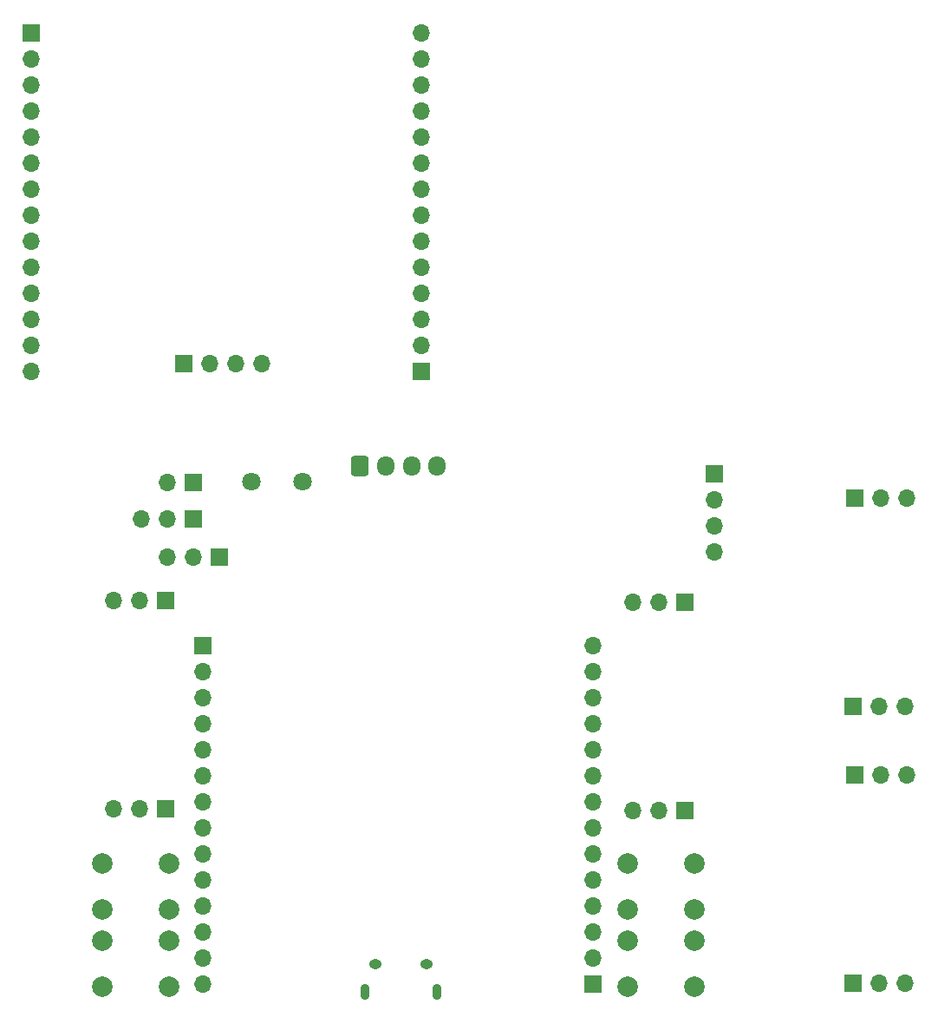
<source format=gbr>
%TF.GenerationSoftware,KiCad,Pcbnew,8.0.2*%
%TF.CreationDate,2024-05-05T14:46:41+02:00*%
%TF.ProjectId,Panelizacja,50616e65-6c69-47a6-9163-6a612e6b6963,rev?*%
%TF.SameCoordinates,Original*%
%TF.FileFunction,Soldermask,Bot*%
%TF.FilePolarity,Negative*%
%FSLAX46Y46*%
G04 Gerber Fmt 4.6, Leading zero omitted, Abs format (unit mm)*
G04 Created by KiCad (PCBNEW 8.0.2) date 2024-05-05 14:46:41*
%MOMM*%
%LPD*%
G01*
G04 APERTURE LIST*
G04 Aperture macros list*
%AMRoundRect*
0 Rectangle with rounded corners*
0 $1 Rounding radius*
0 $2 $3 $4 $5 $6 $7 $8 $9 X,Y pos of 4 corners*
0 Add a 4 corners polygon primitive as box body*
4,1,4,$2,$3,$4,$5,$6,$7,$8,$9,$2,$3,0*
0 Add four circle primitives for the rounded corners*
1,1,$1+$1,$2,$3*
1,1,$1+$1,$4,$5*
1,1,$1+$1,$6,$7*
1,1,$1+$1,$8,$9*
0 Add four rect primitives between the rounded corners*
20,1,$1+$1,$2,$3,$4,$5,0*
20,1,$1+$1,$4,$5,$6,$7,0*
20,1,$1+$1,$6,$7,$8,$9,0*
20,1,$1+$1,$8,$9,$2,$3,0*%
G04 Aperture macros list end*
%ADD10C,1.800000*%
%ADD11R,1.700000X1.700000*%
%ADD12O,1.700000X1.700000*%
%ADD13C,2.000000*%
%ADD14O,0.900000X1.550000*%
%ADD15O,1.250000X0.950000*%
%ADD16RoundRect,0.250000X-0.600000X-0.725000X0.600000X-0.725000X0.600000X0.725000X-0.600000X0.725000X0*%
%ADD17O,1.700000X1.950000*%
G04 APERTURE END LIST*
D10*
%TO.C,J12*%
X39507121Y-66692878D03*
X44507121Y-66692878D03*
%TD*%
D11*
%TO.C,J2*%
X72882121Y-115792878D03*
D12*
X72882121Y-113252878D03*
X72882121Y-110712878D03*
X72882121Y-108172878D03*
X72882121Y-105632878D03*
X72882121Y-103092878D03*
X72882121Y-100552878D03*
X72882121Y-98012878D03*
X72882121Y-95472878D03*
X72882121Y-92932878D03*
X72882121Y-90392878D03*
X72882121Y-87852878D03*
X72882121Y-85312878D03*
X72882121Y-82772878D03*
%TD*%
D13*
%TO.C,SW4*%
X82757121Y-116042878D03*
X76257121Y-116042878D03*
X82757121Y-111542878D03*
X76257121Y-111542878D03*
%TD*%
D11*
%TO.C,J3*%
X31107121Y-98692878D03*
D12*
X28567121Y-98692878D03*
X26027121Y-98692878D03*
%TD*%
D11*
%TO.C,J9*%
X36387121Y-74092878D03*
D12*
X33847121Y-74092878D03*
X31307121Y-74092878D03*
%TD*%
D11*
%TO.C,J11*%
X84732121Y-65992878D03*
D12*
X84732121Y-68532878D03*
X84732121Y-71072878D03*
X84732121Y-73612878D03*
%TD*%
D13*
%TO.C,SW3*%
X76257121Y-103992878D03*
X82757121Y-103992878D03*
X76257121Y-108492878D03*
X82757121Y-108492878D03*
%TD*%
D11*
%TO.C,J5*%
X81807121Y-78492878D03*
D12*
X79267121Y-78492878D03*
X76727121Y-78492878D03*
%TD*%
D11*
%TO.C,J6*%
X81807121Y-98812878D03*
D12*
X79267121Y-98812878D03*
X76727121Y-98812878D03*
%TD*%
D11*
%TO.C,J1*%
X34782121Y-82772878D03*
D12*
X34782121Y-85312878D03*
X34782121Y-87852878D03*
X34782121Y-90392878D03*
X34782121Y-92932878D03*
X34782121Y-95472878D03*
X34782121Y-98012878D03*
X34782121Y-100552878D03*
X34782121Y-103092878D03*
X34782121Y-105632878D03*
X34782121Y-108172878D03*
X34782121Y-110712878D03*
X34782121Y-113252878D03*
X34782121Y-115792878D03*
%TD*%
D11*
%TO.C,J4*%
X31107121Y-78372878D03*
D12*
X28567121Y-78372878D03*
X26027121Y-78372878D03*
%TD*%
D11*
%TO.C,J10*%
X33847121Y-70392878D03*
D12*
X31307121Y-70392878D03*
X28767121Y-70392878D03*
%TD*%
D13*
%TO.C,SW2*%
X24907121Y-111542878D03*
X31407121Y-111542878D03*
X24907121Y-116042878D03*
X31407121Y-116042878D03*
%TD*%
%TO.C,SW1*%
X24907121Y-103942878D03*
X31407121Y-103942878D03*
X24907121Y-108442878D03*
X31407121Y-108442878D03*
%TD*%
D14*
%TO.C,J14*%
X50607121Y-116492878D03*
D15*
X51607121Y-113792878D03*
X56607121Y-113792878D03*
D14*
X57607121Y-116492878D03*
%TD*%
D11*
%TO.C,J8*%
X33832121Y-66792878D03*
D12*
X31292121Y-66792878D03*
%TD*%
D11*
%TO.C,J3*%
X32900000Y-55250000D03*
D12*
X35440000Y-55250000D03*
X37980000Y-55250000D03*
X40520000Y-55250000D03*
%TD*%
D16*
%TO.C,J7*%
X50107121Y-65192878D03*
D17*
X52607121Y-65192878D03*
X55107121Y-65192878D03*
X57607121Y-65192878D03*
%TD*%
D11*
%TO.C,J2*%
X98407000Y-95320000D03*
D12*
X100947000Y-95320000D03*
X103487000Y-95320000D03*
%TD*%
D11*
%TO.C,J1*%
X98280000Y-88640000D03*
D12*
X100820000Y-88640000D03*
X103360000Y-88640000D03*
%TD*%
D11*
%TO.C,J1*%
X56060000Y-55940000D03*
D12*
X56060000Y-53400000D03*
X56060000Y-50860000D03*
X56060000Y-48320000D03*
X56060000Y-45780000D03*
X56060000Y-43240000D03*
X56060000Y-40700000D03*
X56060000Y-38160000D03*
X56060000Y-35620000D03*
X56060000Y-33080000D03*
X56060000Y-30540000D03*
X56060000Y-28000000D03*
X56060000Y-25460000D03*
X56060000Y-22920000D03*
%TD*%
D11*
%TO.C,J1*%
X98280000Y-115640000D03*
D12*
X100820000Y-115640000D03*
X103360000Y-115640000D03*
%TD*%
D11*
%TO.C,J2*%
X98407000Y-68320000D03*
D12*
X100947000Y-68320000D03*
X103487000Y-68320000D03*
%TD*%
D11*
%TO.C,J2*%
X17960000Y-22920000D03*
D12*
X17960000Y-25460000D03*
X17960000Y-28000000D03*
X17960000Y-30540000D03*
X17960000Y-33080000D03*
X17960000Y-35620000D03*
X17960000Y-38160000D03*
X17960000Y-40700000D03*
X17960000Y-43240000D03*
X17960000Y-45780000D03*
X17960000Y-48320000D03*
X17960000Y-50860000D03*
X17960000Y-53400000D03*
X17960000Y-55940000D03*
%TD*%
M02*

</source>
